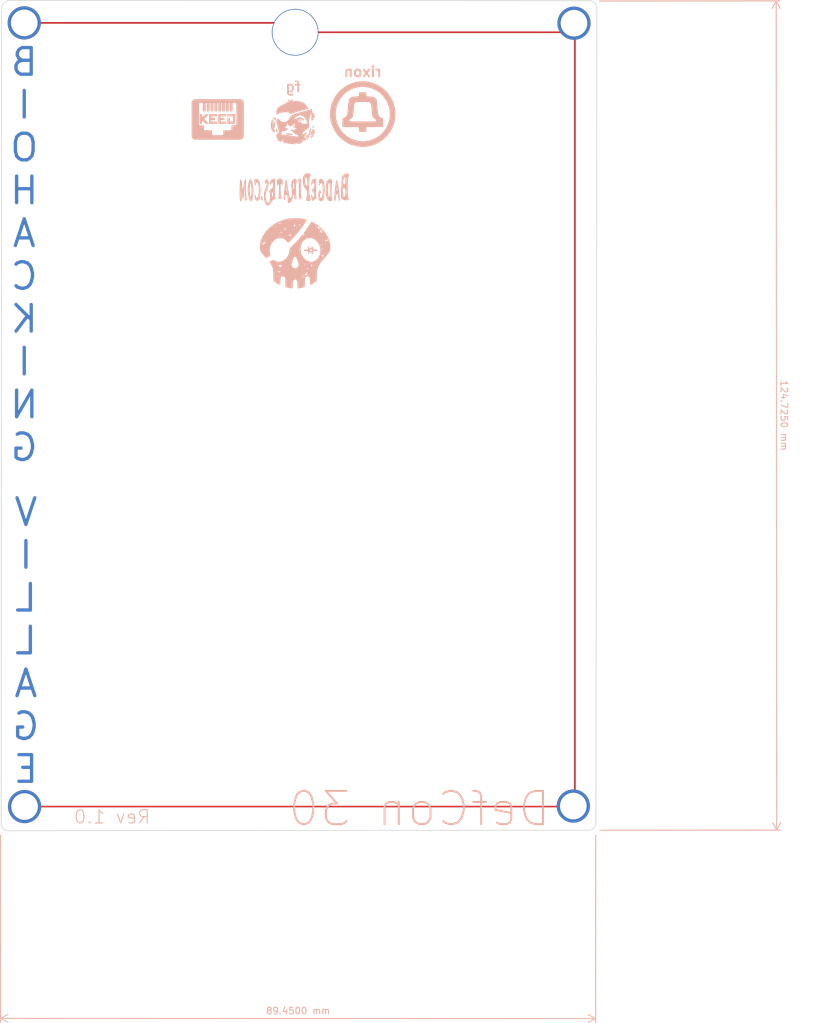
<source format=kicad_pcb>
(kicad_pcb (version 20211014) (generator pcbnew)
  (title_block (title "BioHack Village Badge") (date "2022-07-22") (rev "1.0") (company "BadgePirates LLC") (comment 1 "Schematic: Rixon") (comment 2 "Artwork:") (comment 3 "Layout: FG"))
  (layers (0 "F.Cu" signal) (31 "B.Cu" signal) (34 "B.Paste" user) (35 "F.Paste" user) (36 "B.SilkS" user "B.Silkscreen") (37 "F.SilkS" user "F.Silkscreen") (38 "B.Mask" user) (39 "F.Mask" user) (44 "Edge.Cuts" user))
  (net 0 "")
  (net 1 "GND")
  (footprint "BadgePiratesLogo:rixon_B.SLK" (layer "F.Cu") (at 117.856 53.848)
    (fp_text reference "G***" hide)
    (fp_text value "rixon" (at 0 -6.35 -180) (layer "B.SilkS") (effects (font (size 1.524 1.524) (thickness 0.3)) (justify mirror)))
  )
  (footprint "BadgePiratesLogo:NG_BSilk" (layer "F.Cu") (at 95.960876 54.457971)
    (fp_text reference "G***" hide)
    (fp_text value "NG_BSilk" hide)
  )
  (footprint "BadgePirateLogos:BadgePiratesURL_B.SLK" (layer "F.Cu") (at 107.569 65.913)
    (fp_text reference "G***" hide)
    (fp_text value "LOGO" hide)
  )
  (footprint "BadgePiratesLogo:BPSkull_Distressed_10x10_BSILK" (layer "F.Cu") (at 107.696 74.803)
    (fp_text reference "G***" hide)
    (fp_text value "BP Logo" hide)
  )
  (footprint "BadgePiratesLogo:FG_10x10_BSILK" (layer "F.Cu") (at 107.38362 54.852868)
    (fp_text reference "G***" hide)
    (fp_text value "fg" (at 0 -5.08) (layer "B.SilkS") (effects (font (size 1.54 1.54) (thickness 0.25)) (justify mirror)))
  )
  (gr_line (start 63.5654 38.265) (end 63.51782 160.64658) (layer "Edge.Cuts") (width 0.1))
  (gr_line (start 151.925137 36.812663) (end 64.9904 36.765) (layer "Edge.Cuts") (width 0.1))
  (gr_arc (start 63.5654 38.265) (mid 63.918283 37.173364) (end 64.9904 36.765) (layer "Edge.Cuts") (width 0.1))
  (gr_line (start 64.53382 161.66258) (end 151.7982 161.5822) (layer "Edge.Cuts") (width 0.1))
  (gr_arc (start 64.53382 161.66258) (mid 63.8154 161.365) (end 63.51782 160.64658) (layer "Edge.Cuts") (width 0.1))
  (gr_arc (start 151.925137 36.812663) (mid 152.7154 37.14) (end 153.042737 37.930263) (layer "Edge.Cuts") (width 0.1))
  (gr_line (start 152.8904 160.49) (end 153.042737 37.930263) (layer "Edge.Cuts") (width 0.1))
  (gr_arc (start 152.8904 160.49) (mid 152.570502 161.262302) (end 151.7982 161.5822) (layer "Edge.Cuts") (width 0.1))
  (gr_text "B\nI\nO\nH\nA\nC\nK\nI\nN\nG" (at 66.975 75.025) (layer "B.Cu") (effects (font (size 4 4) (thickness 0.5)) (justify mirror)))
  (gr_text "V\nI\nL\nL\nA\nG\nE" (at 67.225 133.075) (layer "B.Cu") (effects (font (size 4 4) (thickness 0.5)) (justify mirror)))
  (gr_text "Rev 1.0" (at 80.175 159.575) (layer "B.SilkS") (effects (font (size 2 2)) (justify mirror)))
  (gr_text "DefCon 30" (at 126.365 158.369) (layer "B.SilkS") (effects (font (size 5 5) (thickness 0.3)) (justify mirror)))
  (dimension (type aligned) (layer "B.SilkS") (pts (xy 152.9154 36.865) (xy 152.9904 161.59)) (height -27.076396) (gr_text "124.7250 mm" (at 181.179291 99.210526 270.0344533) (layer "B.SilkS") (effects (font (size 1 1) (thickness 0.15)))) (format (units 3) (units_format 1) (precision 4)) (style (thickness 0.15) (arrow_length 1.27) (text_position_mode 0) (extension_height 0.58642) (extension_offset 0.5) keep_text_aligned))
  (dimension (type aligned) (layer "B.SilkS") (pts (xy 152.8654 161.84) (xy 63.4154 161.815)) (height -28.074034) (gr_text "89.4500 mm" (at 108.132875 188.751533 -0.01601335328) (layer "B.SilkS") (effects (font (size 1 1) (thickness 0.15)))) (format (units 3) (units_format 1) (precision 4)) (style (thickness 0.15) (arrow_length 1.27) (text_position_mode 0) (extension_height 0.58642) (extension_offset 0.5) keep_text_aligned))
  (segment (start 149.6 40.2) (end 149.733 40.333) (width 0.25) (layer "F.Cu") (net 1))
  (segment (start 66.975 40.15) (end 106.2754 40.15) (width 0.25) (layer "F.Cu") (net 1))
  (segment (start 107.6904 41.565) (end 148.235 41.565) (width 0.25) (layer "F.Cu") (net 1))
  (segment (start 149.425 158.025) (end 67.025 158.025) (width 0.25) (layer "F.Cu") (net 1))
  (segment (start 148.235 41.565) (end 149.6 40.2) (width 0.25) (layer "F.Cu") (net 1))
  (segment (start 149.733 40.333) (end 149.733 157.717) (width 0.25) (layer "F.Cu") (net 1))
  (segment (start 149.5 157.95) (end 149.425 158.025) (width 0.25) (layer "F.Cu") (net 1))
  (segment (start 106.2754 40.15) (end 107.6904 41.565) (width 0.25) (layer "F.Cu") (net 1))
  (segment (start 149.733 157.717) (end 149.209025 158.240975) (width 0.25) (layer "F.Cu") (net 1))
  (via (at 149.6 40.2) (size 5) (drill 4) (layers "F.Cu" "B.Cu") (net 1))
  (via (at 149.5 157.95) (size 5) (drill 4) (layers "F.Cu" "B.Cu") (net 1))
  (via (at 67.025 158.025) (size 5) (drill 4) (layers "F.Cu" "B.Cu") (net 1))
  (via (at 107.6904 41.565) (size 7) (drill 6.8) (layers "F.Cu" "B.Cu") (net 1))
  (via (at 66.975 40.15) (size 5) (drill 4) (layers "F.Cu" "B.Cu") (net 1))
)
</source>
